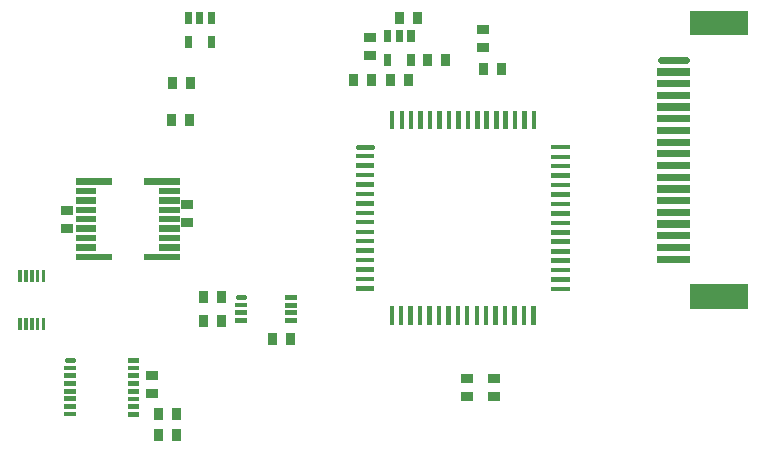
<source format=gbr>
G04 start of page 8 for group -4015 idx -4015
G04 Title: (unknown), toppaste *
G04 Creator: pcb 20070912 *
G04 CreationDate: Fri Dec  7 19:10:14 2007 UTC *
G04 For: sean *
G04 Format: Gerber/RS-274X *
G04 PCB-Dimensions: 260000 170000 *
G04 PCB-Coordinate-Origin: lower left *
%MOIN*%
%FSLAX24Y24*%
%LNFRONTPASTE*%
%ADD20R,0.0300X0.0300*%
%ADD21R,0.0240X0.0240*%
%ADD22C,0.0240*%
%ADD23R,0.0820X0.0820*%
%ADD24R,0.0150X0.0150*%
%ADD25R,0.0216X0.0216*%
%ADD26C,0.0160*%
%ADD27R,0.0160X0.0160*%
%ADD28R,0.0118X0.0118*%
%ADD29C,0.0150*%
G54D29*X12870Y12310D02*X13330D01*
G54D24*X12870Y12000D02*X13330D01*
X12870Y11690D02*X13330D01*
X12870Y11370D02*X13330D01*
X12870Y11060D02*X13330D01*
X12870Y10740D02*X13330D01*
X12870Y10430D02*X13330D01*
X12870Y10110D02*X13330D01*
X12870Y9800D02*X13330D01*
X12870Y9480D02*X13330D01*
X12870Y9170D02*X13330D01*
X12870Y8850D02*X13330D01*
X12870Y8540D02*X13330D01*
X12870Y8220D02*X13330D01*
X12870Y7910D02*X13330D01*
X12870Y7590D02*X13330D01*
X13990Y6920D02*Y6460D01*
X14300Y6920D02*Y6460D01*
X14610Y6920D02*Y6460D01*
X14930Y6920D02*Y6460D01*
X15240Y6920D02*Y6460D01*
X15560Y6920D02*Y6460D01*
X15870Y6920D02*Y6460D01*
X16190Y6920D02*Y6460D01*
X16500Y6920D02*Y6460D01*
X16820Y6920D02*Y6460D01*
X17130Y6920D02*Y6460D01*
X17450Y6920D02*Y6460D01*
X17760Y6920D02*Y6460D01*
X18080Y6920D02*Y6460D01*
X18390Y6920D02*Y6460D01*
X18710Y6920D02*Y6460D01*
X19380Y7580D02*X19840D01*
X19380Y7890D02*X19840D01*
X19380Y8200D02*X19840D01*
X19380Y8520D02*X19840D01*
X19380Y8830D02*X19840D01*
X19380Y9150D02*X19840D01*
X19380Y9460D02*X19840D01*
X19380Y9780D02*X19840D01*
X19380Y10090D02*X19840D01*
X19380Y10410D02*X19840D01*
X19380Y10720D02*X19840D01*
X19380Y11040D02*X19840D01*
X19380Y11350D02*X19840D01*
X19380Y11670D02*X19840D01*
X19380Y11980D02*X19840D01*
X19380Y12300D02*X19840D01*
X18720Y13430D02*Y12970D01*
X18410Y13430D02*Y12970D01*
X18100Y13430D02*Y12970D01*
X17780Y13430D02*Y12970D01*
X17470Y13430D02*Y12970D01*
X17150Y13430D02*Y12970D01*
X16840Y13430D02*Y12970D01*
X16520Y13430D02*Y12970D01*
X16210Y13430D02*Y12970D01*
X15890Y13430D02*Y12970D01*
X15580Y13430D02*Y12970D01*
X15260Y13430D02*Y12970D01*
X14950Y13430D02*Y12970D01*
X14630Y13430D02*Y12970D01*
X14320Y13430D02*Y12970D01*
X14000Y13430D02*Y12970D01*
G54D25*X3575Y11159D02*X4540D01*
X3575Y10844D02*X4028D01*
X3575Y10529D02*X4028D01*
X3575Y10215D02*X4028D01*
X3575Y9900D02*X4028D01*
X3575Y9585D02*X4028D01*
X3575Y9270D02*X4028D01*
X3575Y8955D02*X4028D01*
X3575Y8640D02*X4540D01*
X5839D02*X6803D01*
X6351Y8955D02*X6803D01*
X6351Y9270D02*X6803D01*
X6351Y9585D02*X6803D01*
X6351Y9900D02*X6803D01*
X6350Y10215D02*X6803D01*
X6351Y10529D02*X6803D01*
X6351Y10844D02*X6803D01*
X5839Y11159D02*X6803D01*
G54D20*X3120Y9600D02*X3220D01*
X3120Y10200D02*X3220D01*
X17650Y14960D02*Y14860D01*
X17050Y14960D02*Y14860D01*
X5950Y4700D02*X6050D01*
X5950Y4100D02*X6050D01*
X16450Y4000D02*X16550D01*
X16450Y4600D02*X16550D01*
X17350Y4000D02*X17450D01*
X17350Y4600D02*X17450D01*
G54D22*X22960Y15200D02*X23810D01*
G54D21*X22960Y14810D02*X23810D01*
X22960Y14420D02*X23810D01*
X22960Y14030D02*X23810D01*
X22960Y13640D02*X23810D01*
X22960Y13250D02*X23810D01*
X22960Y12860D02*X23810D01*
X22960Y12470D02*X23810D01*
X22960Y12080D02*X23810D01*
X22960Y11690D02*X23810D01*
X22960Y11300D02*X23810D01*
X22960Y10910D02*X23810D01*
X22960Y10520D02*X23810D01*
X22960Y10130D02*X23810D01*
X22960Y9740D02*X23810D01*
X22960Y9350D02*X23810D01*
X22960Y8960D02*X23810D01*
X22960Y8570D02*X23810D01*
G54D23*X24340Y16440D02*X25440D01*
X24340Y7330D02*X25440D01*
G54D21*X13850Y16100D02*Y15940D01*
X14240Y16100D02*Y15940D01*
X14630Y16100D02*Y15940D01*
Y15280D02*Y15120D01*
X13850Y15280D02*Y15120D01*
G54D20*X16990Y16210D02*X17090D01*
X16990Y15610D02*X17090D01*
X7120Y9800D02*X7220D01*
X7120Y10400D02*X7220D01*
X6200Y3450D02*Y3350D01*
X6800Y3450D02*Y3350D01*
X7700Y7350D02*Y7250D01*
X8300Y7350D02*Y7250D01*
X10000Y5950D02*Y5850D01*
X10600Y5950D02*Y5850D01*
G54D21*X7200Y16700D02*Y16540D01*
X7590Y16700D02*Y16540D01*
X7980Y16700D02*Y16540D01*
Y15880D02*Y15720D01*
X7200Y15880D02*Y15720D01*
G54D20*X7700Y6550D02*Y6450D01*
X8300Y6550D02*Y6450D01*
X12700Y14600D02*Y14500D01*
X13300Y14600D02*Y14500D01*
X6200Y2750D02*Y2650D01*
X6800Y2750D02*Y2650D01*
X15780Y15260D02*Y15160D01*
X15180Y15260D02*Y15160D01*
X13200Y15950D02*X13300D01*
X13200Y15350D02*X13300D01*
G54D28*X1594Y6558D02*Y6283D01*
X1790Y6558D02*Y6283D01*
X1987Y6558D02*Y6283D01*
X2184Y6558D02*Y6283D01*
X2381Y6558D02*Y6283D01*
Y8133D02*Y7858D01*
X2184Y8133D02*Y7858D01*
X1987Y8133D02*Y7858D01*
X1790Y8133D02*Y7858D01*
X1594Y8133D02*Y7858D01*
G54D20*X13960Y14600D02*Y14500D01*
X14560Y14600D02*Y14500D01*
G54D26*X8850Y7300D02*X9070D01*
G54D27*X8850Y7040D02*X9070D01*
X8850Y6790D02*X9070D01*
X8850Y6530D02*X9070D01*
X10520Y6520D02*X10740D01*
X10520Y6780D02*X10740D01*
X10520Y7030D02*X10740D01*
X10520Y7290D02*X10740D01*
G54D26*X3150Y5200D02*X3370D01*
G54D27*X3150Y4940D02*X3370D01*
X3150Y4690D02*X3370D01*
X3150Y4430D02*X3370D01*
X3150Y4170D02*X3370D01*
X3150Y3920D02*X3370D01*
X3150Y3660D02*X3370D01*
X3150Y3410D02*X3370D01*
X5270Y3400D02*X5490D01*
X5270Y3660D02*X5490D01*
X5270Y3910D02*X5490D01*
X5270Y4170D02*X5490D01*
X5270Y4430D02*X5490D01*
X5270Y4680D02*X5490D01*
X5270Y4940D02*X5490D01*
X5270Y5190D02*X5490D01*
G54D20*X6690Y14490D02*Y14390D01*
X7290Y14490D02*Y14390D01*
X14250Y16660D02*Y16560D01*
X14850Y16660D02*Y16560D01*
X6660Y13260D02*Y13160D01*
X7260Y13260D02*Y13160D01*
M02*

</source>
